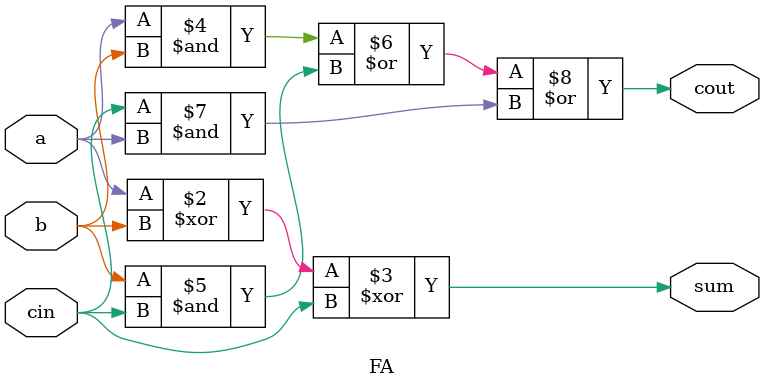
<source format=v>
module FA(a,b,cin,sum,cout);
  output sum, cout;
  input a, b,cin;
  always@(a,b,cin);
  assign sum = a^b^cin;
  assign cout = (a&b)|(b&cin)|(cin&a);
endmodule
</source>
